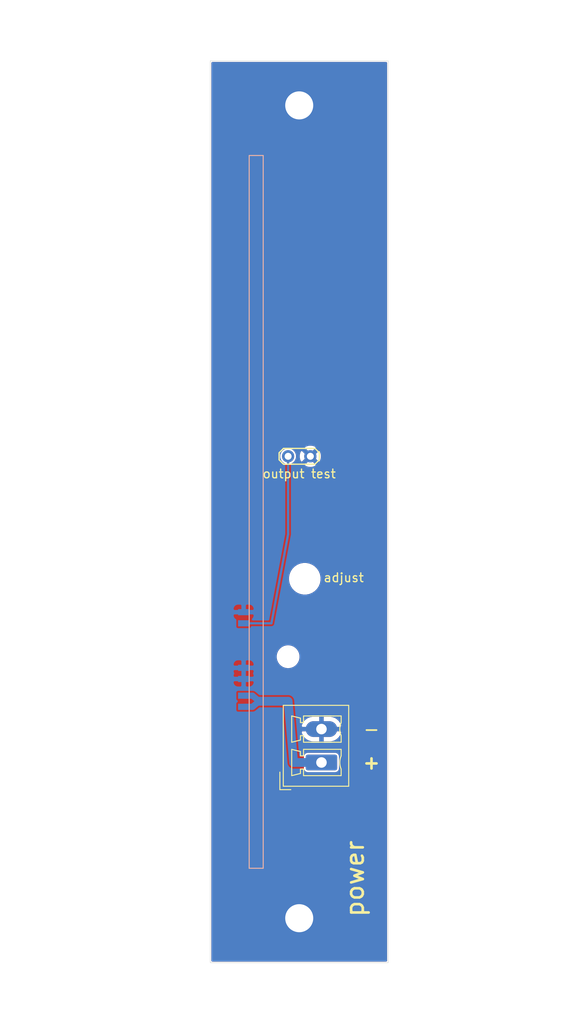
<source format=kicad_pcb>
(kicad_pcb (version 20171130) (host pcbnew 5.1.5+dfsg1-2build2)

  (general
    (thickness 1.6)
    (drawings 70)
    (tracks 11)
    (zones 0)
    (modules 7)
    (nets 4)
  )

  (page A4)
  (layers
    (0 F.Cu signal)
    (31 B.Cu signal)
    (32 B.Adhes user)
    (33 F.Adhes user)
    (34 B.Paste user)
    (35 F.Paste user)
    (36 B.SilkS user)
    (37 F.SilkS user)
    (38 B.Mask user)
    (39 F.Mask user)
    (40 Dwgs.User user)
    (41 Cmts.User user)
    (42 Eco1.User user)
    (43 Eco2.User user)
    (44 Edge.Cuts user)
    (45 Margin user)
    (46 B.CrtYd user)
    (47 F.CrtYd user)
    (48 B.Fab user)
    (49 F.Fab user)
  )

  (setup
    (last_trace_width 0.25)
    (user_trace_width 0.3)
    (user_trace_width 0.5)
    (user_trace_width 0.7)
    (user_trace_width 1)
    (user_trace_width 1.6)
    (trace_clearance 0.2)
    (zone_clearance 0.1)
    (zone_45_only no)
    (trace_min 0.2)
    (via_size 0.8)
    (via_drill 0.4)
    (via_min_size 0.4)
    (via_min_drill 0.3)
    (user_via 0.6 0.3)
    (uvia_size 0.3)
    (uvia_drill 0.1)
    (uvias_allowed no)
    (uvia_min_size 0.2)
    (uvia_min_drill 0.1)
    (edge_width 0.05)
    (segment_width 0.2)
    (pcb_text_width 0.3)
    (pcb_text_size 1.5 1.5)
    (mod_edge_width 0.12)
    (mod_text_size 1 1)
    (mod_text_width 0.15)
    (pad_size 1 1)
    (pad_drill 1)
    (pad_to_mask_clearance 0.051)
    (solder_mask_min_width 0.25)
    (aux_axis_origin 0 0)
    (grid_origin 78.74 43.2)
    (visible_elements FFFFFF7F)
    (pcbplotparams
      (layerselection 0x010fc_ffffffff)
      (usegerberextensions true)
      (usegerberattributes false)
      (usegerberadvancedattributes false)
      (creategerberjobfile false)
      (excludeedgelayer true)
      (linewidth 0.100000)
      (plotframeref false)
      (viasonmask false)
      (mode 1)
      (useauxorigin false)
      (hpglpennumber 1)
      (hpglpenspeed 20)
      (hpglpendiameter 15.000000)
      (psnegative false)
      (psa4output false)
      (plotreference true)
      (plotvalue true)
      (plotinvisibletext false)
      (padsonsilk false)
      (subtractmaskfromsilk true)
      (outputformat 1)
      (mirror false)
      (drillshape 0)
      (scaleselection 1)
      (outputdirectory "gerber/"))
  )

  (net 0 "")
  (net 1 GND)
  (net 2 VIN)
  (net 3 VOUT)

  (net_class Default "This is the default net class."
    (clearance 0.2)
    (trace_width 0.25)
    (via_dia 0.8)
    (via_drill 0.4)
    (uvia_dia 0.3)
    (uvia_drill 0.1)
    (add_net GND)
    (add_net VIN)
    (add_net VOUT)
  )

  (module plc88:fm_power_i (layer F.Cu) (tedit 63A7F5AF) (tstamp 63A84AF4)
    (at 80.645 55.265)
    (path /63A7FA69)
    (fp_text reference J1 (at 1.27 -5.715) (layer F.SilkS) hide
      (effects (font (size 1 1) (thickness 0.15)))
    )
    (fp_text value fm_power_i (at 0.635 -7.62) (layer F.Fab) hide
      (effects (font (size 1 1) (thickness 0.15)))
    )
    (fp_line (start -0.305 -12.085) (end -0.305 69.215) (layer B.SilkS) (width 0.12))
    (fp_line (start -1.905 -12.085) (end -0.305 -12.085) (layer B.SilkS) (width 0.12))
    (fp_line (start -1.905 69.215) (end -0.305 69.215) (layer B.SilkS) (width 0.12))
    (fp_line (start -1.905 -12.065) (end -1.905 69.215) (layer B.SilkS) (width 0.12))
    (pad 4 smd rect (at -2.54 40.005) (size 1.27 0.7) (layers B.Cu B.Paste B.Mask)
      (net 1 GND))
    (pad 2 smd rect (at -2.54 46.355) (size 1.27 0.7) (layers B.Cu B.Paste B.Mask)
      (net 1 GND))
    (pad 2 smd rect (at -2.54 47.625) (size 1.27 0.7) (layers B.Cu B.Paste B.Mask)
      (net 1 GND))
    (pad 5 smd rect (at 0.295 28.575) (size 1.27 7.62) (layers B.Cu B.Paste B.Mask)
      (net 1 GND) (zone_connect 2))
    (pad 5 smd rect (at 0.381 57.785) (size 1.27 7.62) (layers B.Cu B.Paste B.Mask)
      (net 1 GND) (zone_connect 2))
    (pad 5 smd rect (at 0.381 -0.635) (size 1.27 7.62) (layers B.Cu B.Paste B.Mask)
      (net 1 GND) (zone_connect 2))
    (pad 5 smd rect (at -2.54 57.785) (size 1.27 7.62) (layers B.Cu B.Paste B.Mask)
      (net 1 GND) (zone_connect 2))
    (pad 5 smd rect (at -2.54 28.575) (size 1.27 7.62) (layers B.Cu B.Paste B.Mask)
      (net 1 GND) (zone_connect 2))
    (pad 5 smd rect (at -2.54 -0.635) (size 1.27 7.62) (layers B.Cu B.Paste B.Mask)
      (net 1 GND) (zone_connect 2))
    (pad 1 smd rect (at -2.54 50.8) (size 1.27 0.7) (layers B.Cu B.Paste B.Mask)
      (net 2 VIN))
    (pad 3 smd rect (at -2.54 41.275) (size 1.27 0.7) (layers B.Cu B.Paste B.Mask)
      (net 3 VOUT))
    (pad 1 smd rect (at -2.54 49.53) (size 1.27 0.7) (layers B.Cu B.Paste B.Mask)
      (net 2 VIN))
  )

  (module TestPoint:TestPoint_2Pads_Pitch2.54mm_Drill0.8mm (layer F.Cu) (tedit 5A0F774F) (tstamp 6397FF17)
    (at 83.185 77.49)
    (descr "Test point with 2 pins, pitch 2.54mm, drill diameter 0.8mm")
    (tags "CONN DEV")
    (path /6398150D)
    (attr virtual)
    (fp_text reference TP1 (at 1.3 -2) (layer F.SilkS) hide
      (effects (font (size 1 1) (thickness 0.15)))
    )
    (fp_text value "output test" (at 1.27 2) (layer F.SilkS)
      (effects (font (size 1 1) (thickness 0.15)))
    )
    (fp_line (start -1.03 -0.4) (end -0.53 -0.9) (layer F.SilkS) (width 0.15))
    (fp_line (start -1.03 0.4) (end -1.03 -0.4) (layer F.SilkS) (width 0.15))
    (fp_line (start -0.53 0.9) (end -1.03 0.4) (layer F.SilkS) (width 0.15))
    (fp_line (start 3.07 0.9) (end -0.53 0.9) (layer F.SilkS) (width 0.15))
    (fp_line (start 3.57 0.4) (end 3.07 0.9) (layer F.SilkS) (width 0.15))
    (fp_line (start 3.57 -0.4) (end 3.57 0.4) (layer F.SilkS) (width 0.15))
    (fp_line (start 3.07 -0.9) (end 3.57 -0.4) (layer F.SilkS) (width 0.15))
    (fp_line (start -0.53 -0.9) (end 3.07 -0.9) (layer F.SilkS) (width 0.15))
    (fp_line (start -1.3 0.5) (end -0.65 1.15) (layer F.CrtYd) (width 0.05))
    (fp_line (start -1.3 -0.5) (end -1.3 0.5) (layer F.CrtYd) (width 0.05))
    (fp_line (start -0.65 -1.15) (end -1.3 -0.5) (layer F.CrtYd) (width 0.05))
    (fp_line (start 3.15 -1.15) (end -0.65 -1.15) (layer F.CrtYd) (width 0.05))
    (fp_line (start 3.8 -0.5) (end 3.15 -1.15) (layer F.CrtYd) (width 0.05))
    (fp_line (start 3.8 0.5) (end 3.8 -0.5) (layer F.CrtYd) (width 0.05))
    (fp_line (start 3.15 1.15) (end 3.8 0.5) (layer F.CrtYd) (width 0.05))
    (fp_line (start -0.65 1.15) (end 3.15 1.15) (layer F.CrtYd) (width 0.05))
    (fp_text user %R (at 1.3 -2) (layer F.Fab) hide
      (effects (font (size 1 1) (thickness 0.15)))
    )
    (pad 2 thru_hole circle (at 2.54 0) (size 1.4 1.4) (drill 0.8) (layers *.Cu *.Mask)
      (net 1 GND))
    (pad 1 thru_hole circle (at 0 0) (size 1.4 1.4) (drill 0.8) (layers *.Cu *.Mask)
      (net 3 VOUT))
  )

  (module Connector_Phoenix_MC:PhoenixContact_MCV_1,5_2-G-3.81_1x02_P3.81mm_Vertical (layer F.Cu) (tedit 5B784ED1) (tstamp 63558088)
    (at 86.995 112.415 90)
    (descr "Generic Phoenix Contact connector footprint for: MCV_1,5/2-G-3.81; number of pins: 02; pin pitch: 3.81mm; Vertical || order number: 1803426 8A 160V")
    (tags "phoenix_contact connector MCV_01x02_G_3.81mm")
    (path /635614D4)
    (fp_text reference J10 (at 1.9 -5.45 90) (layer F.SilkS) hide
      (effects (font (size 1 1) (thickness 0.15)))
    )
    (fp_text value input (at 1.9 4.2 90) (layer F.Fab) hide
      (effects (font (size 1 1) (thickness 0.15)))
    )
    (fp_text user %R (at 1.9 -3.55 90) (layer F.Fab) hide
      (effects (font (size 1 1) (thickness 0.15)))
    )
    (fp_line (start -3.1 -4.75) (end -1.1 -4.75) (layer F.Fab) (width 0.1))
    (fp_line (start -3.1 -3.5) (end -3.1 -4.75) (layer F.Fab) (width 0.1))
    (fp_line (start -3.1 -4.75) (end -1.1 -4.75) (layer F.SilkS) (width 0.12))
    (fp_line (start -3.1 -3.5) (end -3.1 -4.75) (layer F.SilkS) (width 0.12))
    (fp_line (start 6.91 -4.75) (end -3.1 -4.75) (layer F.CrtYd) (width 0.05))
    (fp_line (start 6.91 3.5) (end 6.91 -4.75) (layer F.CrtYd) (width 0.05))
    (fp_line (start -3.1 3.5) (end 6.91 3.5) (layer F.CrtYd) (width 0.05))
    (fp_line (start -3.1 -4.75) (end -3.1 3.5) (layer F.CrtYd) (width 0.05))
    (fp_line (start 5.31 2.25) (end 4.56 2.25) (layer F.SilkS) (width 0.12))
    (fp_line (start 5.31 -2.05) (end 5.31 2.25) (layer F.SilkS) (width 0.12))
    (fp_line (start 4.56 -2.05) (end 5.31 -2.05) (layer F.SilkS) (width 0.12))
    (fp_line (start 4.56 -2.4) (end 4.56 -2.05) (layer F.SilkS) (width 0.12))
    (fp_line (start 5.06 -2.4) (end 4.56 -2.4) (layer F.SilkS) (width 0.12))
    (fp_line (start 5.31 -3.4) (end 5.06 -2.4) (layer F.SilkS) (width 0.12))
    (fp_line (start 2.31 -3.4) (end 5.31 -3.4) (layer F.SilkS) (width 0.12))
    (fp_line (start 2.56 -2.4) (end 2.31 -3.4) (layer F.SilkS) (width 0.12))
    (fp_line (start 3.06 -2.4) (end 2.56 -2.4) (layer F.SilkS) (width 0.12))
    (fp_line (start 3.06 -2.05) (end 3.06 -2.4) (layer F.SilkS) (width 0.12))
    (fp_line (start 2.31 -2.05) (end 3.06 -2.05) (layer F.SilkS) (width 0.12))
    (fp_line (start 2.31 2.25) (end 2.31 -2.05) (layer F.SilkS) (width 0.12))
    (fp_line (start 3.06 2.25) (end 2.31 2.25) (layer F.SilkS) (width 0.12))
    (fp_line (start 1.5 2.25) (end 0.75 2.25) (layer F.SilkS) (width 0.12))
    (fp_line (start 1.5 -2.05) (end 1.5 2.25) (layer F.SilkS) (width 0.12))
    (fp_line (start 0.75 -2.05) (end 1.5 -2.05) (layer F.SilkS) (width 0.12))
    (fp_line (start 0.75 -2.4) (end 0.75 -2.05) (layer F.SilkS) (width 0.12))
    (fp_line (start 1.25 -2.4) (end 0.75 -2.4) (layer F.SilkS) (width 0.12))
    (fp_line (start 1.5 -3.4) (end 1.25 -2.4) (layer F.SilkS) (width 0.12))
    (fp_line (start -1.5 -3.4) (end 1.5 -3.4) (layer F.SilkS) (width 0.12))
    (fp_line (start -1.25 -2.4) (end -1.5 -3.4) (layer F.SilkS) (width 0.12))
    (fp_line (start -0.75 -2.4) (end -1.25 -2.4) (layer F.SilkS) (width 0.12))
    (fp_line (start -0.75 -2.05) (end -0.75 -2.4) (layer F.SilkS) (width 0.12))
    (fp_line (start -1.5 -2.05) (end -0.75 -2.05) (layer F.SilkS) (width 0.12))
    (fp_line (start -1.5 2.25) (end -1.5 -2.05) (layer F.SilkS) (width 0.12))
    (fp_line (start -0.75 2.25) (end -1.5 2.25) (layer F.SilkS) (width 0.12))
    (fp_line (start 6.41 -4.25) (end -2.6 -4.25) (layer F.Fab) (width 0.1))
    (fp_line (start 6.41 3) (end 6.41 -4.25) (layer F.Fab) (width 0.1))
    (fp_line (start -2.6 3) (end 6.41 3) (layer F.Fab) (width 0.1))
    (fp_line (start -2.6 -4.25) (end -2.6 3) (layer F.Fab) (width 0.1))
    (fp_line (start 6.52 -4.36) (end -2.71 -4.36) (layer F.SilkS) (width 0.12))
    (fp_line (start 6.52 3.11) (end 6.52 -4.36) (layer F.SilkS) (width 0.12))
    (fp_line (start -2.71 3.11) (end 6.52 3.11) (layer F.SilkS) (width 0.12))
    (fp_line (start -2.71 -4.36) (end -2.71 3.11) (layer F.SilkS) (width 0.12))
    (fp_arc (start 3.81 3.95) (end 3.06 2.25) (angle 47.6) (layer F.SilkS) (width 0.12))
    (fp_arc (start 0 3.95) (end -0.75 2.25) (angle 47.6) (layer F.SilkS) (width 0.12))
    (pad 2 thru_hole oval (at 3.81 0 90) (size 1.8 3.6) (drill 1.2) (layers *.Cu *.Mask)
      (net 1 GND))
    (pad 1 thru_hole roundrect (at 0 0 90) (size 1.8 3.6) (drill 1.2) (layers *.Cu *.Mask) (roundrect_rratio 0.138889)
      (net 2 VIN))
    (model ${KISYS3DMOD}/Connector_Phoenix_MC.3dshapes/PhoenixContact_MCV_1,5_2-G-3.81_1x02_P3.81mm_Vertical.wrl
      (at (xyz 0 0 0))
      (scale (xyz 1 1 1))
      (rotate (xyz 0 0 0))
    )
  )

  (module MountingHole:MountingHole_2.2mm_M2_DIN965 (layer F.Cu) (tedit 56D1B4CB) (tstamp 63551460)
    (at 83.185 100.35)
    (descr "Mounting Hole 2.2mm, no annular, M2, DIN965")
    (tags "mounting hole 2.2mm no annular m2 din965")
    (path /6355985C)
    (attr virtual)
    (fp_text reference H4 (at 0 -2.9) (layer F.SilkS) hide
      (effects (font (size 1 1) (thickness 0.15)))
    )
    (fp_text value "power led" (at 0 2.9) (layer F.Fab) hide
      (effects (font (size 1 1) (thickness 0.15)))
    )
    (fp_circle (center 0 0) (end 2.15 0) (layer F.CrtYd) (width 0.05))
    (fp_circle (center 0 0) (end 1.9 0) (layer Cmts.User) (width 0.15))
    (fp_text user %R (at 0.3 0) (layer F.Fab) hide
      (effects (font (size 1 1) (thickness 0.15)))
    )
    (pad 1 np_thru_hole circle (at 0 0) (size 2.2 2.2) (drill 2.2) (layers *.Cu *.Mask))
  )

  (module MountingHole:MountingHole_3.2mm_M3_DIN965 (layer F.Cu) (tedit 56D1B4CB) (tstamp 63551458)
    (at 85.09 91.46)
    (descr "Mounting Hole 3.2mm, no annular, M3, DIN965")
    (tags "mounting hole 3.2mm no annular m3 din965")
    (path /6355A03A)
    (attr virtual)
    (fp_text reference H3 (at 0 -3.8) (layer F.SilkS) hide
      (effects (font (size 1 1) (thickness 0.15)))
    )
    (fp_text value adjust (at 4.445 -0.127) (layer F.SilkS)
      (effects (font (size 1 1) (thickness 0.15)))
    )
    (fp_circle (center 0 0) (end 3.05 0) (layer F.CrtYd) (width 0.05))
    (fp_circle (center 0 0) (end 2.8 0) (layer Cmts.User) (width 0.15))
    (fp_text user %R (at 0.3 0) (layer F.Fab) hide
      (effects (font (size 1 1) (thickness 0.15)))
    )
    (pad 1 np_thru_hole circle (at 0 0) (size 3.2 3.2) (drill 3.2) (layers *.Cu *.Mask))
  )

  (module MountingHole:MountingHole_3.2mm_M3_Pad (layer F.Cu) (tedit 61F97160) (tstamp 61F9706A)
    (at 84.455 37.465)
    (descr "Mounting Hole 3.2mm, M3")
    (tags "mounting hole 3.2mm m3")
    (path /61F96FAB)
    (attr virtual)
    (fp_text reference H1 (at 0 -4.2) (layer F.SilkS) hide
      (effects (font (size 1 1) (thickness 0.15)))
    )
    (fp_text value MountingHole_Pad (at 0 4.2) (layer F.Fab) hide
      (effects (font (size 1 1) (thickness 0.15)))
    )
    (fp_text user %R (at 0.3 0) (layer F.Fab) hide
      (effects (font (size 1 1) (thickness 0.15)))
    )
    (fp_circle (center 0 0) (end 3.2 0) (layer Cmts.User) (width 0.15))
    (fp_circle (center 0 0) (end 3.45 0) (layer F.CrtYd) (width 0.05))
    (pad 1 thru_hole circle (at 0 0) (size 6.4 6.4) (drill 3.2) (layers *.Cu *.Mask)
      (net 1 GND) (zone_connect 2))
  )

  (module MountingHole:MountingHole_3.2mm_M3_Pad (layer F.Cu) (tedit 61F97169) (tstamp 61F96D2B)
    (at 84.455 130.175)
    (descr "Mounting Hole 3.2mm, M3")
    (tags "mounting hole 3.2mm m3")
    (path /61F97419)
    (attr virtual)
    (fp_text reference H2 (at 0 -4.2) (layer F.SilkS) hide
      (effects (font (size 1 1) (thickness 0.15)))
    )
    (fp_text value MountingHole_Pad (at 0 4.2) (layer F.Fab) hide
      (effects (font (size 1 1) (thickness 0.15)))
    )
    (fp_circle (center 0 0) (end 3.45 0) (layer F.CrtYd) (width 0.05))
    (fp_circle (center 0 0) (end 3.2 0) (layer Cmts.User) (width 0.15))
    (fp_text user %R (at 0.3 0) (layer F.Fab) hide
      (effects (font (size 1 1) (thickness 0.15)))
    )
    (pad 1 thru_hole circle (at 0 0) (size 6.4 6.4) (drill 3.2) (layers *.Cu *.Mask)
      (net 1 GND) (zone_connect 2))
  )

  (gr_line (start 77.47 106.446) (end 77.47 105.684) (layer F.Fab) (width 0.15) (tstamp 63A7EC1D))
  (gr_line (start 78.74 106.446) (end 77.47 106.446) (layer F.Fab) (width 0.15))
  (gr_line (start 78.74 105.684) (end 78.74 106.446) (layer F.Fab) (width 0.15))
  (gr_line (start 77.47 105.684) (end 78.74 105.684) (layer F.Fab) (width 0.15))
  (gr_line (start 77.47 105.176) (end 77.47 104.414) (layer F.Fab) (width 0.15) (tstamp 63A7EC16))
  (gr_line (start 78.74 105.176) (end 77.47 105.176) (layer F.Fab) (width 0.15))
  (gr_line (start 78.74 104.414) (end 78.74 105.176) (layer F.Fab) (width 0.15))
  (gr_line (start 77.47 104.414) (end 78.74 104.414) (layer F.Fab) (width 0.15))
  (gr_line (start 78.74 96.159) (end 77.47 96.159) (layer F.Fab) (width 0.15) (tstamp 63A7EC0E))
  (gr_line (start 78.74 96.921) (end 78.74 96.159) (layer F.Fab) (width 0.15))
  (gr_line (start 77.47 96.921) (end 78.74 96.921) (layer F.Fab) (width 0.15))
  (gr_line (start 77.47 96.159) (end 77.47 96.921) (layer F.Fab) (width 0.15))
  (gr_line (start 80.391 116.86) (end 80.391 109.24) (layer F.Fab) (width 0.15) (tstamp 63A7EC01))
  (gr_line (start 81.661 116.86) (end 80.391 116.86) (layer F.Fab) (width 0.15))
  (gr_line (start 81.661 109.24) (end 81.661 116.86) (layer F.Fab) (width 0.15))
  (gr_line (start 80.391 109.24) (end 81.661 109.24) (layer F.Fab) (width 0.15))
  (gr_line (start 77.47 116.86) (end 77.47 109.24) (layer F.Fab) (width 0.15) (tstamp 63A7EBFA))
  (gr_line (start 78.74 116.86) (end 77.47 116.86) (layer F.Fab) (width 0.15))
  (gr_line (start 78.74 109.24) (end 78.74 116.86) (layer F.Fab) (width 0.15))
  (gr_line (start 77.47 109.24) (end 78.74 109.24) (layer F.Fab) (width 0.15))
  (gr_line (start 77.47 58.44) (end 77.47 50.82) (layer F.Fab) (width 0.15) (tstamp 63A7EBED))
  (gr_line (start 77.343 58.44) (end 77.47 58.44) (layer F.Fab) (width 0.15))
  (gr_line (start 78.74 58.44) (end 77.343 58.44) (layer F.Fab) (width 0.15))
  (gr_line (start 78.74 50.82) (end 78.74 58.44) (layer F.Fab) (width 0.15))
  (gr_line (start 77.47 50.82) (end 78.74 50.82) (layer F.Fab) (width 0.15))
  (gr_line (start 80.391 58.44) (end 80.391 50.82) (layer F.Fab) (width 0.15) (tstamp 63A7EBEC))
  (gr_line (start 81.661 58.44) (end 80.391 58.44) (layer F.Fab) (width 0.15))
  (gr_line (start 81.661 50.82) (end 81.661 58.44) (layer F.Fab) (width 0.15))
  (gr_line (start 80.391 50.82) (end 81.661 50.82) (layer F.Fab) (width 0.15))
  (gr_line (start 80.391 87.65) (end 80.391 80.03) (layer F.Fab) (width 0.15) (tstamp 63A7EBEB))
  (gr_line (start 81.661 87.65) (end 80.391 87.65) (layer F.Fab) (width 0.15))
  (gr_line (start 81.661 80.03) (end 81.661 87.65) (layer F.Fab) (width 0.15))
  (gr_line (start 80.391 80.03) (end 81.661 80.03) (layer F.Fab) (width 0.15))
  (gr_line (start 77.47 87.65) (end 77.47 80.03) (layer F.Fab) (width 0.15) (tstamp 63A7EBEA))
  (gr_line (start 78.74 87.65) (end 77.47 87.65) (layer F.Fab) (width 0.15))
  (gr_line (start 78.74 80.03) (end 78.74 87.65) (layer F.Fab) (width 0.15))
  (gr_line (start 77.47 80.03) (end 78.74 80.03) (layer F.Fab) (width 0.15))
  (dimension 3.81 (width 0.15) (layer F.Fab)
    (gr_text "3,810 mm" (at 92.71 138.988) (layer F.Fab)
      (effects (font (size 1 1) (thickness 0.15)))
    )
    (feature1 (pts (xy 90.805 135.91) (xy 90.805 138.274421)))
    (feature2 (pts (xy 94.615 135.91) (xy 94.615 138.274421)))
    (crossbar (pts (xy 94.615 137.688) (xy 90.805 137.688)))
    (arrow1a (pts (xy 90.805 137.688) (xy 91.931504 137.101579)))
    (arrow1b (pts (xy 90.805 137.688) (xy 91.931504 138.274421)))
    (arrow2a (pts (xy 94.615 137.688) (xy 93.488496 137.101579)))
    (arrow2b (pts (xy 94.615 137.688) (xy 93.488496 138.274421)))
  )
  (gr_text power (at 90.805 130.195 90) (layer F.SilkS)
    (effects (font (size 2 2) (thickness 0.3)) (justify left))
  )
  (gr_text - (at 92.71 108.605) (layer F.SilkS)
    (effects (font (size 1.5 1.5) (thickness 0.2)))
  )
  (dimension 4.699 (width 0.15) (layer F.Fab)
    (gr_text "4,699 mm" (at 82.7405 92.319) (layer F.Fab)
      (effects (font (size 1 1) (thickness 0.15)))
    )
    (feature1 (pts (xy 85.09 94.635) (xy 85.09 93.032579)))
    (feature2 (pts (xy 80.391 94.635) (xy 80.391 93.032579)))
    (crossbar (pts (xy 80.391 93.619) (xy 85.09 93.619)))
    (arrow1a (pts (xy 85.09 93.619) (xy 83.963496 94.205421)))
    (arrow1b (pts (xy 85.09 93.619) (xy 83.963496 93.032579)))
    (arrow2a (pts (xy 80.391 93.619) (xy 81.517504 94.205421)))
    (arrow2b (pts (xy 80.391 93.619) (xy 81.517504 93.032579)))
  )
  (gr_text + (at 92.71 112.415) (layer F.SilkS)
    (effects (font (size 1.5 1.5) (thickness 0.3)) (justify mirror))
  )
  (dimension 24.13 (width 0.15) (layer F.Fab)
    (gr_text "24,130 mm" (at 53.945 112.415 90) (layer F.Fab)
      (effects (font (size 1 1) (thickness 0.15)))
    )
    (feature1 (pts (xy 76.2 100.35) (xy 54.658579 100.35)))
    (feature2 (pts (xy 76.2 124.48) (xy 54.658579 124.48)))
    (crossbar (pts (xy 55.245 124.48) (xy 55.245 100.35)))
    (arrow1a (pts (xy 55.245 100.35) (xy 55.831421 101.476504)))
    (arrow1b (pts (xy 55.245 100.35) (xy 54.658579 101.476504)))
    (arrow2a (pts (xy 55.245 124.48) (xy 55.831421 123.353496)))
    (arrow2b (pts (xy 55.245 124.48) (xy 54.658579 123.353496)))
  )
  (dimension 33.02 (width 0.15) (layer F.Fab)
    (gr_text "33,020 mm" (at 57.755 107.97 90) (layer F.Fab)
      (effects (font (size 1 1) (thickness 0.15)))
    )
    (feature1 (pts (xy 75.565 91.46) (xy 58.468579 91.46)))
    (feature2 (pts (xy 75.565 124.48) (xy 58.468579 124.48)))
    (crossbar (pts (xy 59.055 124.48) (xy 59.055 91.46)))
    (arrow1a (pts (xy 59.055 91.46) (xy 59.641421 92.586504)))
    (arrow1b (pts (xy 59.055 91.46) (xy 58.468579 92.586504)))
    (arrow2a (pts (xy 59.055 124.48) (xy 59.641421 123.353496)))
    (arrow2b (pts (xy 59.055 124.48) (xy 58.468579 123.353496)))
  )
  (dimension 27.94 (width 0.15) (layer F.Fab)
    (gr_text "27,940 mm" (at 60.93 110.51 90) (layer F.Fab)
      (effects (font (size 1 1) (thickness 0.15)))
    )
    (feature1 (pts (xy 74.93 96.54) (xy 61.643579 96.54)))
    (feature2 (pts (xy 74.93 124.48) (xy 61.643579 124.48)))
    (crossbar (pts (xy 62.23 124.48) (xy 62.23 96.54)))
    (arrow1a (pts (xy 62.23 96.54) (xy 62.816421 97.666504)))
    (arrow1b (pts (xy 62.23 96.54) (xy 61.643579 97.666504)))
    (arrow2a (pts (xy 62.23 124.48) (xy 62.816421 123.353496)))
    (arrow2b (pts (xy 62.23 124.48) (xy 61.643579 123.353496)))
  )
  (dimension 18.415 (width 0.15) (layer F.Fab)
    (gr_text "18,415 mm" (at 69.185 115.2725 90) (layer F.Fab)
      (effects (font (size 1 1) (thickness 0.15)))
    )
    (feature1 (pts (xy 74.93 106.065) (xy 69.898579 106.065)))
    (feature2 (pts (xy 74.93 124.48) (xy 69.898579 124.48)))
    (crossbar (pts (xy 70.485 124.48) (xy 70.485 106.065)))
    (arrow1a (pts (xy 70.485 106.065) (xy 71.071421 107.191504)))
    (arrow1b (pts (xy 70.485 106.065) (xy 69.898579 107.191504)))
    (arrow2a (pts (xy 70.485 124.48) (xy 71.071421 123.353496)))
    (arrow2b (pts (xy 70.485 124.48) (xy 69.898579 123.353496)))
  )
  (dimension 4.445 (width 0.15) (layer F.Fab)
    (gr_text "4,445 mm" (at 76.5175 47.04) (layer F.Fab)
      (effects (font (size 1 1) (thickness 0.15)))
    )
    (feature1 (pts (xy 78.74 45.105) (xy 78.74 46.326421)))
    (feature2 (pts (xy 74.295 45.105) (xy 74.295 46.326421)))
    (crossbar (pts (xy 74.295 45.74) (xy 78.74 45.74)))
    (arrow1a (pts (xy 78.74 45.74) (xy 77.613496 46.326421)))
    (arrow1b (pts (xy 78.74 45.74) (xy 77.613496 45.153579)))
    (arrow2a (pts (xy 74.295 45.74) (xy 75.421504 46.326421)))
    (arrow2b (pts (xy 74.295 45.74) (xy 75.421504 45.153579)))
  )
  (gr_line (start 73.025 83.84) (end 98.425 83.84) (layer F.Fab) (width 0.15))
  (gr_line (start 84.455 28.595) (end 84.455 140.99) (layer F.Fab) (width 0.15))
  (dimension 20.955 (width 0.15) (layer F.Fab)
    (gr_text "20,955 mm" (at 66.645 53.6775 270) (layer F.Fab)
      (effects (font (size 1 1) (thickness 0.15)))
    )
    (feature1 (pts (xy 76.2 64.155) (xy 67.358579 64.155)))
    (feature2 (pts (xy 76.2 43.2) (xy 67.358579 43.2)))
    (crossbar (pts (xy 67.945 43.2) (xy 67.945 64.155)))
    (arrow1a (pts (xy 67.945 64.155) (xy 67.358579 63.028496)))
    (arrow1b (pts (xy 67.945 64.155) (xy 68.531421 63.028496)))
    (arrow2a (pts (xy 67.945 43.2) (xy 67.358579 44.326504)))
    (arrow2b (pts (xy 67.945 43.2) (xy 68.531421 44.326504)))
  )
  (dimension 5.08 (width 0.15) (layer F.Fab)
    (gr_text "5,080 mm" (at 91.47 132.715 270) (layer F.Fab)
      (effects (font (size 1 1) (thickness 0.15)))
    )
    (feature1 (pts (xy 88.9 135.255) (xy 90.756421 135.255)))
    (feature2 (pts (xy 88.9 130.175) (xy 90.756421 130.175)))
    (crossbar (pts (xy 90.17 130.175) (xy 90.17 135.255)))
    (arrow1a (pts (xy 90.17 135.255) (xy 89.583579 134.128496)))
    (arrow1b (pts (xy 90.17 135.255) (xy 90.756421 134.128496)))
    (arrow2a (pts (xy 90.17 130.175) (xy 89.583579 131.301504)))
    (arrow2b (pts (xy 90.17 130.175) (xy 90.756421 131.301504)))
  )
  (dimension 5.08 (width 0.15) (layer F.Fab)
    (gr_text "5,080 mm" (at 91.47 34.925 90) (layer F.Fab)
      (effects (font (size 1 1) (thickness 0.15)))
    )
    (feature1 (pts (xy 88.9 32.385) (xy 90.756421 32.385)))
    (feature2 (pts (xy 88.9 37.465) (xy 90.756421 37.465)))
    (crossbar (pts (xy 90.17 37.465) (xy 90.17 32.385)))
    (arrow1a (pts (xy 90.17 32.385) (xy 90.756421 33.511504)))
    (arrow1b (pts (xy 90.17 32.385) (xy 89.583579 33.511504)))
    (arrow2a (pts (xy 90.17 37.465) (xy 90.756421 36.338496)))
    (arrow2b (pts (xy 90.17 37.465) (xy 89.583579 36.338496)))
  )
  (dimension 5.715 (width 0.15) (layer F.Fab) (tstamp 63528E00)
    (gr_text "5,715 mm" (at 79.405 127.3175 90) (layer F.Fab) (tstamp 63528E00)
      (effects (font (size 1 1) (thickness 0.15)))
    )
    (feature1 (pts (xy 78.105 124.46) (xy 78.691421 124.46)))
    (feature2 (pts (xy 78.105 130.175) (xy 78.691421 130.175)))
    (crossbar (pts (xy 78.105 130.175) (xy 78.105 124.46)))
    (arrow1a (pts (xy 78.105 124.46) (xy 78.691421 125.586504)))
    (arrow1b (pts (xy 78.105 124.46) (xy 77.518579 125.586504)))
    (arrow2a (pts (xy 78.105 130.175) (xy 78.691421 129.048496)))
    (arrow2b (pts (xy 78.105 130.175) (xy 77.518579 129.048496)))
  )
  (dimension 5.715 (width 0.15) (layer F.Fab)
    (gr_text "5,715 mm" (at 79.405 40.3225 90) (layer F.Fab)
      (effects (font (size 1 1) (thickness 0.15)))
    )
    (feature1 (pts (xy 78.105 37.465) (xy 78.691421 37.465)))
    (feature2 (pts (xy 78.105 43.18) (xy 78.691421 43.18)))
    (crossbar (pts (xy 78.105 43.18) (xy 78.105 37.465)))
    (arrow1a (pts (xy 78.105 37.465) (xy 78.691421 38.591504)))
    (arrow1b (pts (xy 78.105 37.465) (xy 77.518579 38.591504)))
    (arrow2a (pts (xy 78.105 43.18) (xy 78.691421 42.053496)))
    (arrow2b (pts (xy 78.105 43.18) (xy 77.518579 42.053496)))
  )
  (dimension 10.16 (width 0.15) (layer F.Fab)
    (gr_text "10,160 mm" (at 79.375 138.46) (layer F.Fab)
      (effects (font (size 1 1) (thickness 0.15)))
    )
    (feature1 (pts (xy 84.455 135.89) (xy 84.455 137.746421)))
    (feature2 (pts (xy 74.295 135.89) (xy 74.295 137.746421)))
    (crossbar (pts (xy 74.295 137.16) (xy 84.455 137.16)))
    (arrow1a (pts (xy 84.455 137.16) (xy 83.328496 137.746421)))
    (arrow1b (pts (xy 84.455 137.16) (xy 83.328496 136.573579)))
    (arrow2a (pts (xy 74.295 137.16) (xy 75.421504 137.746421)))
    (arrow2b (pts (xy 74.295 137.16) (xy 75.421504 136.573579)))
  )
  (dimension 10.16 (width 0.15) (layer F.Fab)
    (gr_text "10,160 mm" (at 79.375 29.18) (layer F.Fab)
      (effects (font (size 1 1) (thickness 0.15)))
    )
    (feature1 (pts (xy 74.295 32.385) (xy 74.295 29.893579)))
    (feature2 (pts (xy 84.455 32.385) (xy 84.455 29.893579)))
    (crossbar (pts (xy 84.455 30.48) (xy 74.295 30.48)))
    (arrow1a (pts (xy 74.295 30.48) (xy 75.421504 29.893579)))
    (arrow1b (pts (xy 74.295 30.48) (xy 75.421504 31.066421)))
    (arrow2a (pts (xy 84.455 30.48) (xy 83.328496 29.893579)))
    (arrow2b (pts (xy 84.455 30.48) (xy 83.328496 31.066421)))
  )
  (dimension 37.465 (width 0.15) (layer F.Fab)
    (gr_text "37,465 mm" (at 56.485 61.9125 270) (layer F.Fab)
      (effects (font (size 1 1) (thickness 0.15)))
    )
    (feature1 (pts (xy 75.565 80.645) (xy 57.198579 80.645)))
    (feature2 (pts (xy 75.565 43.18) (xy 57.198579 43.18)))
    (crossbar (pts (xy 57.785 43.18) (xy 57.785 80.645)))
    (arrow1a (pts (xy 57.785 80.645) (xy 57.198579 79.518496)))
    (arrow1b (pts (xy 57.785 80.645) (xy 58.371421 79.518496)))
    (arrow2a (pts (xy 57.785 43.18) (xy 57.198579 44.306504)))
    (arrow2b (pts (xy 57.785 43.18) (xy 58.371421 44.306504)))
  )
  (dimension 40.64 (width 0.15) (layer F.Fab)
    (gr_text "40,640 mm" (at 66.01 104.14 90) (layer F.Fab)
      (effects (font (size 1 1) (thickness 0.15)))
    )
    (feature1 (pts (xy 74.93 83.82) (xy 66.723579 83.82)))
    (feature2 (pts (xy 74.93 124.46) (xy 66.723579 124.46)))
    (crossbar (pts (xy 67.31 124.46) (xy 67.31 83.82)))
    (arrow1a (pts (xy 67.31 83.82) (xy 67.896421 84.946504)))
    (arrow1b (pts (xy 67.31 83.82) (xy 66.723579 84.946504)))
    (arrow2a (pts (xy 67.31 124.46) (xy 67.896421 123.333496)))
    (arrow2b (pts (xy 67.31 124.46) (xy 66.723579 123.333496)))
  )
  (dimension 7.62 (width 0.15) (layer F.Fab)
    (gr_text "7,620 mm" (at 71.725 120.67 90) (layer F.Fab)
      (effects (font (size 1 1) (thickness 0.15)))
    )
    (feature1 (pts (xy 74.93 116.86) (xy 72.438579 116.86)))
    (feature2 (pts (xy 74.93 124.48) (xy 72.438579 124.48)))
    (crossbar (pts (xy 73.025 124.48) (xy 73.025 116.86)))
    (arrow1a (pts (xy 73.025 116.86) (xy 73.611421 117.986504)))
    (arrow1b (pts (xy 73.025 116.86) (xy 72.438579 117.986504)))
    (arrow2a (pts (xy 73.025 124.48) (xy 73.611421 123.353496)))
    (arrow2b (pts (xy 73.025 124.48) (xy 72.438579 123.353496)))
  )
  (dimension 7.62 (width 0.15) (layer F.Fab)
    (gr_text "7,620 mm" (at 69.82 46.99 270) (layer F.Fab)
      (effects (font (size 1 1) (thickness 0.15)))
    )
    (feature1 (pts (xy 74.93 50.8) (xy 70.533579 50.8)))
    (feature2 (pts (xy 74.93 43.18) (xy 70.533579 43.18)))
    (crossbar (pts (xy 71.12 43.18) (xy 71.12 50.8)))
    (arrow1a (pts (xy 71.12 50.8) (xy 70.533579 49.673496)))
    (arrow1b (pts (xy 71.12 50.8) (xy 71.706421 49.673496)))
    (arrow2a (pts (xy 71.12 43.18) (xy 70.533579 44.306504)))
    (arrow2b (pts (xy 71.12 43.18) (xy 71.706421 44.306504)))
  )
  (dimension 20.32 (width 0.05) (layer F.Fab)
    (gr_text "20,320 mm" (at 84.455 26.035) (layer F.Fab)
      (effects (font (size 1 1) (thickness 0.1)))
    )
    (feature1 (pts (xy 94.615 29.845) (xy 94.615 26.718579)))
    (feature2 (pts (xy 74.295 29.845) (xy 74.295 26.718579)))
    (crossbar (pts (xy 74.295 27.305) (xy 94.615 27.305)))
    (arrow1a (pts (xy 94.615 27.305) (xy 93.488496 27.891421)))
    (arrow1b (pts (xy 94.615 27.305) (xy 93.488496 26.718579)))
    (arrow2a (pts (xy 74.295 27.305) (xy 75.421504 27.891421)))
    (arrow2b (pts (xy 74.295 27.305) (xy 75.421504 26.718579)))
  )
  (dimension 1.6 (width 0.15) (layer F.Fab)
    (gr_text "1,600 mm" (at 69.38 128.3) (layer F.Fab)
      (effects (font (size 1 1) (thickness 0.15)))
    )
    (feature1 (pts (xy 70.18 125.3) (xy 70.18 127.586421)))
    (feature2 (pts (xy 68.58 125.3) (xy 68.58 127.586421)))
    (crossbar (pts (xy 68.58 127) (xy 70.18 127)))
    (arrow1a (pts (xy 70.18 127) (xy 69.053496 127.586421)))
    (arrow1b (pts (xy 70.18 127) (xy 69.053496 126.413579)))
    (arrow2a (pts (xy 68.58 127) (xy 69.706504 127.586421)))
    (arrow2b (pts (xy 68.58 127) (xy 69.706504 126.413579)))
  )
  (dimension 1.6 (width 0.1) (layer F.Fab)
    (gr_text "1,600 mm" (at 69.38 36.94) (layer F.Fab)
      (effects (font (size 1 1) (thickness 0.1)))
    )
    (feature1 (pts (xy 70.18 40.64) (xy 70.18 37.653579)))
    (feature2 (pts (xy 68.58 40.64) (xy 68.58 37.653579)))
    (crossbar (pts (xy 68.58 38.24) (xy 70.18 38.24)))
    (arrow1a (pts (xy 70.18 38.24) (xy 69.053496 38.826421)))
    (arrow1b (pts (xy 70.18 38.24) (xy 69.053496 37.653579)))
    (arrow2a (pts (xy 68.58 38.24) (xy 69.706504 38.826421)))
    (arrow2b (pts (xy 68.58 38.24) (xy 69.706504 37.653579)))
  )
  (dimension 81.28 (width 0.15) (layer F.Fab)
    (gr_text "81,280 mm" (at 63.47 83.84 270) (layer F.Fab)
      (effects (font (size 1 1) (thickness 0.15)))
    )
    (feature1 (pts (xy 68.58 124.48) (xy 64.183579 124.48)))
    (feature2 (pts (xy 68.58 43.2) (xy 64.183579 43.2)))
    (crossbar (pts (xy 64.77 43.2) (xy 64.77 124.48)))
    (arrow1a (pts (xy 64.77 124.48) (xy 64.183579 123.353496)))
    (arrow1b (pts (xy 64.77 124.48) (xy 65.356421 123.353496)))
    (arrow2a (pts (xy 64.77 43.2) (xy 64.183579 44.326504)))
    (arrow2b (pts (xy 64.77 43.2) (xy 65.356421 44.326504)))
  )
  (gr_line (start 74.295 32.385) (end 94.615 32.385) (layer Edge.Cuts) (width 0.05) (tstamp 61F95B25))
  (gr_line (start 74.295 135.255) (end 74.295 32.385) (layer Edge.Cuts) (width 0.05))
  (gr_line (start 94.615 135.255) (end 74.295 135.255) (layer Edge.Cuts) (width 0.05))
  (gr_line (start 94.615 32.385) (end 94.615 135.255) (layer Edge.Cuts) (width 0.05))
  (dimension 86.36 (width 0.15) (layer F.Fab)
    (gr_text "86,360 mm" (at 109.25 83.82 90) (layer F.Fab)
      (effects (font (size 1 1) (thickness 0.15)))
    )
    (feature1 (pts (xy 101.6 40.64) (xy 108.536421 40.64)))
    (feature2 (pts (xy 101.6 127) (xy 108.536421 127)))
    (crossbar (pts (xy 107.95 127) (xy 107.95 40.64)))
    (arrow1a (pts (xy 107.95 40.64) (xy 108.536421 41.766504)))
    (arrow1b (pts (xy 107.95 40.64) (xy 107.363579 41.766504)))
    (arrow2a (pts (xy 107.95 127) (xy 108.536421 125.873496)))
    (arrow2b (pts (xy 107.95 127) (xy 107.363579 125.873496)))
  )
  (dimension 20.32 (width 0.15) (layer F.Fab)
    (gr_text "20,320 mm" (at 84.455 142.905) (layer F.Fab)
      (effects (font (size 1 1) (thickness 0.15)))
    )
    (feature1 (pts (xy 94.615 137.795) (xy 94.615 142.191421)))
    (feature2 (pts (xy 74.295 137.795) (xy 74.295 142.191421)))
    (crossbar (pts (xy 74.295 141.605) (xy 94.615 141.605)))
    (arrow1a (pts (xy 94.615 141.605) (xy 93.488496 142.191421)))
    (arrow1b (pts (xy 94.615 141.605) (xy 93.488496 141.018579)))
    (arrow2a (pts (xy 74.295 141.605) (xy 75.421504 142.191421)))
    (arrow2b (pts (xy 74.295 141.605) (xy 75.421504 141.018579)))
  )

  (segment (start 78.105 104.795) (end 79.121 104.795) (width 0.7) (layer B.Cu) (net 2))
  (segment (start 79.121 104.795) (end 79.883 105.43) (width 0.7) (layer B.Cu) (net 2))
  (segment (start 79.883 105.43) (end 79.121 106.065) (width 0.7) (layer B.Cu) (net 2))
  (segment (start 79.121 106.065) (end 78.105 106.065) (width 0.7) (layer B.Cu) (net 2))
  (segment (start 79.883 105.43) (end 83.185 105.43) (width 1) (layer B.Cu) (net 2))
  (segment (start 83.185 105.43) (end 83.82 112.415) (width 1) (layer B.Cu) (net 2))
  (segment (start 83.82 112.415) (end 86.995 112.415) (width 1) (layer B.Cu) (net 2))
  (segment (start 83.185 79.395) (end 83.185 77.49) (width 0.25) (layer B.Cu) (net 3))
  (segment (start 83.185 86.38) (end 83.185 79.395) (width 0.25) (layer B.Cu) (net 3))
  (segment (start 81.28 96.54) (end 83.185 86.38) (width 0.25) (layer B.Cu) (net 3))
  (segment (start 78.105 96.54) (end 81.28 96.54) (width 0.25) (layer B.Cu) (net 3))

  (zone (net 1) (net_name GND) (layer F.Cu) (tstamp 6357C1DE) (hatch edge 0.508)
    (connect_pads (clearance 0.1))
    (min_thickness 0.254)
    (fill yes (arc_segments 32) (thermal_gap 0.508) (thermal_bridge_width 0.508))
    (polygon
      (pts
        (xy 109.855 136.525) (xy 67.31 137.795) (xy 69.215 29.845) (xy 102.87 29.845)
      )
    )
    (filled_polygon
      (pts
        (xy 94.363001 135.003) (xy 74.547 135.003) (xy 74.547 111.765) (xy 84.866418 111.765) (xy 84.866418 113.065)
        (xy 84.877535 113.177876) (xy 84.91046 113.286414) (xy 84.963927 113.386443) (xy 85.035881 113.474119) (xy 85.123557 113.546073)
        (xy 85.223586 113.59954) (xy 85.332124 113.632465) (xy 85.445 113.643582) (xy 88.545 113.643582) (xy 88.657876 113.632465)
        (xy 88.766414 113.59954) (xy 88.866443 113.546073) (xy 88.954119 113.474119) (xy 89.026073 113.386443) (xy 89.07954 113.286414)
        (xy 89.112465 113.177876) (xy 89.123582 113.065) (xy 89.123582 111.765) (xy 89.112465 111.652124) (xy 89.07954 111.543586)
        (xy 89.026073 111.443557) (xy 88.954119 111.355881) (xy 88.866443 111.283927) (xy 88.766414 111.23046) (xy 88.657876 111.197535)
        (xy 88.545 111.186418) (xy 85.445 111.186418) (xy 85.332124 111.197535) (xy 85.223586 111.23046) (xy 85.123557 111.283927)
        (xy 85.035881 111.355881) (xy 84.963927 111.443557) (xy 84.91046 111.543586) (xy 84.877535 111.652124) (xy 84.866418 111.765)
        (xy 74.547 111.765) (xy 74.547 108.96974) (xy 84.603964 108.96974) (xy 84.628245 109.075087) (xy 84.748138 109.352204)
        (xy 84.91979 109.600606) (xy 85.136604 109.810748) (xy 85.390249 109.974554) (xy 85.670977 110.085729) (xy 85.968 110.14)
        (xy 86.868 110.14) (xy 86.868 108.732) (xy 87.122 108.732) (xy 87.122 110.14) (xy 88.022 110.14)
        (xy 88.319023 110.085729) (xy 88.599751 109.974554) (xy 88.853396 109.810748) (xy 89.07021 109.600606) (xy 89.241862 109.352204)
        (xy 89.361755 109.075087) (xy 89.386036 108.96974) (xy 89.265378 108.732) (xy 87.122 108.732) (xy 86.868 108.732)
        (xy 84.724622 108.732) (xy 84.603964 108.96974) (xy 74.547 108.96974) (xy 74.547 108.24026) (xy 84.603964 108.24026)
        (xy 84.724622 108.478) (xy 86.868 108.478) (xy 86.868 107.07) (xy 87.122 107.07) (xy 87.122 108.478)
        (xy 89.265378 108.478) (xy 89.386036 108.24026) (xy 89.361755 108.134913) (xy 89.241862 107.857796) (xy 89.07021 107.609394)
        (xy 88.853396 107.399252) (xy 88.599751 107.235446) (xy 88.319023 107.124271) (xy 88.022 107.07) (xy 87.122 107.07)
        (xy 86.868 107.07) (xy 85.968 107.07) (xy 85.670977 107.124271) (xy 85.390249 107.235446) (xy 85.136604 107.399252)
        (xy 84.91979 107.609394) (xy 84.748138 107.857796) (xy 84.628245 108.134913) (xy 84.603964 108.24026) (xy 74.547 108.24026)
        (xy 74.547 100.209453) (xy 81.758 100.209453) (xy 81.758 100.490547) (xy 81.812838 100.766241) (xy 81.920409 101.025938)
        (xy 82.076576 101.25966) (xy 82.27534 101.458424) (xy 82.509062 101.614591) (xy 82.768759 101.722162) (xy 83.044453 101.777)
        (xy 83.325547 101.777) (xy 83.601241 101.722162) (xy 83.860938 101.614591) (xy 84.09466 101.458424) (xy 84.293424 101.25966)
        (xy 84.449591 101.025938) (xy 84.557162 100.766241) (xy 84.612 100.490547) (xy 84.612 100.209453) (xy 84.557162 99.933759)
        (xy 84.449591 99.674062) (xy 84.293424 99.44034) (xy 84.09466 99.241576) (xy 83.860938 99.085409) (xy 83.601241 98.977838)
        (xy 83.325547 98.923) (xy 83.044453 98.923) (xy 82.768759 98.977838) (xy 82.509062 99.085409) (xy 82.27534 99.241576)
        (xy 82.076576 99.44034) (xy 81.920409 99.674062) (xy 81.812838 99.933759) (xy 81.758 100.209453) (xy 74.547 100.209453)
        (xy 74.547 91.270207) (xy 83.163 91.270207) (xy 83.163 91.649793) (xy 83.237053 92.022085) (xy 83.382315 92.372777)
        (xy 83.593201 92.688391) (xy 83.861609 92.956799) (xy 84.177223 93.167685) (xy 84.527915 93.312947) (xy 84.900207 93.387)
        (xy 85.279793 93.387) (xy 85.652085 93.312947) (xy 86.002777 93.167685) (xy 86.318391 92.956799) (xy 86.586799 92.688391)
        (xy 86.797685 92.372777) (xy 86.942947 92.022085) (xy 87.017 91.649793) (xy 87.017 91.270207) (xy 86.942947 90.897915)
        (xy 86.797685 90.547223) (xy 86.586799 90.231609) (xy 86.318391 89.963201) (xy 86.002777 89.752315) (xy 85.652085 89.607053)
        (xy 85.279793 89.533) (xy 84.900207 89.533) (xy 84.527915 89.607053) (xy 84.177223 89.752315) (xy 83.861609 89.963201)
        (xy 83.593201 90.231609) (xy 83.382315 90.547223) (xy 83.237053 90.897915) (xy 83.163 91.270207) (xy 74.547 91.270207)
        (xy 74.547 77.388849) (xy 82.158 77.388849) (xy 82.158 77.591151) (xy 82.197467 77.789565) (xy 82.274885 77.976467)
        (xy 82.387277 78.144674) (xy 82.530326 78.287723) (xy 82.698533 78.400115) (xy 82.885435 78.477533) (xy 83.083849 78.517)
        (xy 83.286151 78.517) (xy 83.484565 78.477533) (xy 83.644539 78.411269) (xy 84.983336 78.411269) (xy 85.042797 78.645037)
        (xy 85.281242 78.755934) (xy 85.53674 78.818183) (xy 85.799473 78.82939) (xy 86.059344 78.789125) (xy 86.306366 78.698935)
        (xy 86.407203 78.645037) (xy 86.466664 78.411269) (xy 85.725 77.669605) (xy 84.983336 78.411269) (xy 83.644539 78.411269)
        (xy 83.671467 78.400115) (xy 83.839674 78.287723) (xy 83.982723 78.144674) (xy 84.095115 77.976467) (xy 84.172533 77.789565)
        (xy 84.212 77.591151) (xy 84.212 77.564473) (xy 84.38561 77.564473) (xy 84.425875 77.824344) (xy 84.516065 78.071366)
        (xy 84.569963 78.172203) (xy 84.803731 78.231664) (xy 85.545395 77.49) (xy 85.904605 77.49) (xy 86.646269 78.231664)
        (xy 86.880037 78.172203) (xy 86.990934 77.933758) (xy 87.053183 77.67826) (xy 87.06439 77.415527) (xy 87.024125 77.155656)
        (xy 86.933935 76.908634) (xy 86.880037 76.807797) (xy 86.646269 76.748336) (xy 85.904605 77.49) (xy 85.545395 77.49)
        (xy 84.803731 76.748336) (xy 84.569963 76.807797) (xy 84.459066 77.046242) (xy 84.396817 77.30174) (xy 84.38561 77.564473)
        (xy 84.212 77.564473) (xy 84.212 77.388849) (xy 84.172533 77.190435) (xy 84.095115 77.003533) (xy 83.982723 76.835326)
        (xy 83.839674 76.692277) (xy 83.671467 76.579885) (xy 83.64454 76.568731) (xy 84.983336 76.568731) (xy 85.725 77.310395)
        (xy 86.466664 76.568731) (xy 86.407203 76.334963) (xy 86.168758 76.224066) (xy 85.91326 76.161817) (xy 85.650527 76.15061)
        (xy 85.390656 76.190875) (xy 85.143634 76.281065) (xy 85.042797 76.334963) (xy 84.983336 76.568731) (xy 83.64454 76.568731)
        (xy 83.484565 76.502467) (xy 83.286151 76.463) (xy 83.083849 76.463) (xy 82.885435 76.502467) (xy 82.698533 76.579885)
        (xy 82.530326 76.692277) (xy 82.387277 76.835326) (xy 82.274885 77.003533) (xy 82.197467 77.190435) (xy 82.158 77.388849)
        (xy 74.547 77.388849) (xy 74.547 32.637) (xy 94.363 32.637)
      )
    )
  )
  (zone (net 1) (net_name GND) (layer B.Cu) (tstamp 6357C1DB) (hatch edge 0.508)
    (connect_pads (clearance 0.1))
    (min_thickness 0.254)
    (fill yes (arc_segments 32) (thermal_gap 0.508) (thermal_bridge_width 0.508))
    (polygon
      (pts
        (xy 117.221 138.811) (xy 58.42 140.335) (xy 64.77 29.845) (xy 107.95 28.575)
      )
    )
    (filled_polygon
      (pts
        (xy 94.363001 135.003) (xy 74.547 135.003) (xy 74.547 104.445) (xy 77.141418 104.445) (xy 77.141418 105.145)
        (xy 77.147732 105.209103) (xy 77.16643 105.270743) (xy 77.196794 105.32755) (xy 77.237657 105.377343) (xy 77.28745 105.418206)
        (xy 77.309515 105.43) (xy 77.28745 105.441794) (xy 77.237657 105.482657) (xy 77.196794 105.53245) (xy 77.16643 105.589257)
        (xy 77.147732 105.650897) (xy 77.141418 105.715) (xy 77.141418 106.415) (xy 77.147732 106.479103) (xy 77.16643 106.540743)
        (xy 77.196794 106.59755) (xy 77.237657 106.647343) (xy 77.28745 106.688206) (xy 77.344257 106.71857) (xy 77.405897 106.737268)
        (xy 77.47 106.743582) (xy 78.74 106.743582) (xy 78.756061 106.742) (xy 79.056894 106.742) (xy 79.059411 106.742481)
        (xy 79.123425 106.742) (xy 79.154252 106.742) (xy 79.156798 106.741749) (xy 79.192763 106.741479) (xy 79.222989 106.73523)
        (xy 79.253715 106.732204) (xy 79.288141 106.721761) (xy 79.323359 106.71448) (xy 79.351786 106.702454) (xy 79.38133 106.693492)
        (xy 79.413054 106.676535) (xy 79.446179 106.662522) (xy 79.471713 106.645182) (xy 79.498941 106.630628) (xy 79.526753 106.607804)
        (xy 79.528859 106.606373) (xy 79.552436 106.586725) (xy 79.602027 106.546027) (xy 79.603656 106.544043) (xy 79.948107 106.257)
        (xy 82.429772 106.257) (xy 82.989307 112.411877) (xy 82.988999 112.415) (xy 82.996685 112.493043) (xy 83.000075 112.530329)
        (xy 83.000658 112.53338) (xy 83.004966 112.57712) (xy 83.015914 112.61321) (xy 83.022991 112.650243) (xy 83.039499 112.690959)
        (xy 83.052255 112.73301) (xy 83.070034 112.766271) (xy 83.0842 112.801212) (xy 83.108331 112.837921) (xy 83.129048 112.876679)
        (xy 83.152976 112.905836) (xy 83.173685 112.937338) (xy 83.204513 112.968633) (xy 83.232394 113.002606) (xy 83.261548 113.026532)
        (xy 83.288006 113.053391) (xy 83.32435 113.078072) (xy 83.358321 113.105952) (xy 83.391581 113.12373) (xy 83.422772 113.144912)
        (xy 83.463234 113.16203) (xy 83.50199 113.182745) (xy 83.538079 113.193692) (xy 83.572804 113.208383) (xy 83.615829 113.217278)
        (xy 83.65788 113.230034) (xy 83.695411 113.23373) (xy 83.732335 113.241364) (xy 83.77627 113.241694) (xy 83.779376 113.242)
        (xy 83.816979 113.242) (xy 83.895235 113.242588) (xy 83.898312 113.242) (xy 84.896987 113.242) (xy 84.91046 113.286414)
        (xy 84.963927 113.386443) (xy 85.035881 113.474119) (xy 85.123557 113.546073) (xy 85.223586 113.59954) (xy 85.332124 113.632465)
        (xy 85.445 113.643582) (xy 88.545 113.643582) (xy 88.657876 113.632465) (xy 88.766414 113.59954) (xy 88.866443 113.546073)
        (xy 88.954119 113.474119) (xy 89.026073 113.386443) (xy 89.07954 113.286414) (xy 89.112465 113.177876) (xy 89.123582 113.065)
        (xy 89.123582 111.765) (xy 89.112465 111.652124) (xy 89.07954 111.543586) (xy 89.026073 111.443557) (xy 88.954119 111.355881)
        (xy 88.866443 111.283927) (xy 88.766414 111.23046) (xy 88.657876 111.197535) (xy 88.545 111.186418) (xy 85.445 111.186418)
        (xy 85.332124 111.197535) (xy 85.223586 111.23046) (xy 85.123557 111.283927) (xy 85.035881 111.355881) (xy 84.963927 111.443557)
        (xy 84.91046 111.543586) (xy 84.896987 111.588) (xy 84.575228 111.588) (xy 84.337205 108.96974) (xy 84.603964 108.96974)
        (xy 84.628245 109.075087) (xy 84.748138 109.352204) (xy 84.91979 109.600606) (xy 85.136604 109.810748) (xy 85.390249 109.974554)
        (xy 85.670977 110.085729) (xy 85.968 110.14) (xy 86.868 110.14) (xy 86.868 108.732) (xy 87.122 108.732)
        (xy 87.122 110.14) (xy 88.022 110.14) (xy 88.319023 110.085729) (xy 88.599751 109.974554) (xy 88.853396 109.810748)
        (xy 89.07021 109.600606) (xy 89.241862 109.352204) (xy 89.361755 109.075087) (xy 89.386036 108.96974) (xy 89.265378 108.732)
        (xy 87.122 108.732) (xy 86.868 108.732) (xy 84.724622 108.732) (xy 84.603964 108.96974) (xy 84.337205 108.96974)
        (xy 84.270889 108.24026) (xy 84.603964 108.24026) (xy 84.724622 108.478) (xy 86.868 108.478) (xy 86.868 107.07)
        (xy 87.122 107.07) (xy 87.122 108.478) (xy 89.265378 108.478) (xy 89.386036 108.24026) (xy 89.361755 108.134913)
        (xy 89.241862 107.857796) (xy 89.07021 107.609394) (xy 88.853396 107.399252) (xy 88.599751 107.235446) (xy 88.319023 107.124271)
        (xy 88.022 107.07) (xy 87.122 107.07) (xy 86.868 107.07) (xy 85.968 107.07) (xy 85.670977 107.124271)
        (xy 85.390249 107.235446) (xy 85.136604 107.399252) (xy 84.91979 107.609394) (xy 84.748138 107.857796) (xy 84.628245 108.134913)
        (xy 84.603964 108.24026) (xy 84.270889 108.24026) (xy 84.015693 105.433123) (xy 84.016001 105.43) (xy 84.008316 105.351969)
        (xy 84.004925 105.31467) (xy 84.004342 105.311618) (xy 84.000034 105.26788) (xy 83.989086 105.23179) (xy 83.982009 105.194757)
        (xy 83.965501 105.154041) (xy 83.952745 105.11199) (xy 83.934966 105.078729) (xy 83.9208 105.043788) (xy 83.896669 105.007079)
        (xy 83.875952 104.968321) (xy 83.852024 104.939164) (xy 83.831315 104.907662) (xy 83.800487 104.876367) (xy 83.772606 104.842394)
        (xy 83.743452 104.818468) (xy 83.716993 104.791608) (xy 83.68065 104.766927) (xy 83.646679 104.739048) (xy 83.613416 104.721268)
        (xy 83.582227 104.700088) (xy 83.541769 104.682972) (xy 83.50301 104.662255) (xy 83.466918 104.651307) (xy 83.432195 104.636617)
        (xy 83.389173 104.627723) (xy 83.34712 104.614966) (xy 83.309588 104.611269) (xy 83.272664 104.603636) (xy 83.22873 104.603306)
        (xy 83.225624 104.603) (xy 83.18802 104.603) (xy 83.109765 104.602412) (xy 83.106688 104.603) (xy 79.948107 104.603)
        (xy 79.603656 104.315957) (xy 79.602027 104.313973) (xy 79.552436 104.273275) (xy 79.528859 104.253627) (xy 79.526753 104.252196)
        (xy 79.498941 104.229372) (xy 79.471713 104.214818) (xy 79.446179 104.197478) (xy 79.413054 104.183465) (xy 79.38133 104.166508)
        (xy 79.351786 104.157546) (xy 79.323359 104.14552) (xy 79.288141 104.138239) (xy 79.253715 104.127796) (xy 79.222989 104.12477)
        (xy 79.192763 104.118521) (xy 79.156798 104.118251) (xy 79.154252 104.118) (xy 79.123425 104.118) (xy 79.059411 104.117519)
        (xy 79.056894 104.118) (xy 78.756061 104.118) (xy 78.74 104.116418) (xy 77.47 104.116418) (xy 77.405897 104.122732)
        (xy 77.344257 104.14143) (xy 77.28745 104.171794) (xy 77.237657 104.212657) (xy 77.196794 104.26245) (xy 77.16643 104.319257)
        (xy 77.147732 104.380897) (xy 77.141418 104.445) (xy 74.547 104.445) (xy 74.547 103.24) (xy 76.831928 103.24)
        (xy 76.844188 103.364482) (xy 76.880498 103.48418) (xy 76.939463 103.594494) (xy 77.018815 103.691185) (xy 77.115506 103.770537)
        (xy 77.22582 103.829502) (xy 77.345518 103.865812) (xy 77.47 103.878072) (xy 77.81925 103.875) (xy 77.978 103.71625)
        (xy 77.978 103.017) (xy 78.232 103.017) (xy 78.232 103.71625) (xy 78.39075 103.875) (xy 78.74 103.878072)
        (xy 78.864482 103.865812) (xy 78.98418 103.829502) (xy 79.094494 103.770537) (xy 79.191185 103.691185) (xy 79.270537 103.594494)
        (xy 79.329502 103.48418) (xy 79.365812 103.364482) (xy 79.378072 103.24) (xy 79.375 103.17575) (xy 79.21625 103.017)
        (xy 78.232 103.017) (xy 77.978 103.017) (xy 76.99375 103.017) (xy 76.835 103.17575) (xy 76.831928 103.24)
        (xy 74.547 103.24) (xy 74.547 101.97) (xy 76.831928 101.97) (xy 76.844188 102.094482) (xy 76.880498 102.21418)
        (xy 76.902317 102.255) (xy 76.880498 102.29582) (xy 76.844188 102.415518) (xy 76.831928 102.54) (xy 76.835 102.60425)
        (xy 76.99375 102.763) (xy 77.978 102.763) (xy 77.978 101.747) (xy 78.232 101.747) (xy 78.232 102.763)
        (xy 79.21625 102.763) (xy 79.375 102.60425) (xy 79.378072 102.54) (xy 79.365812 102.415518) (xy 79.329502 102.29582)
        (xy 79.307683 102.255) (xy 79.329502 102.21418) (xy 79.365812 102.094482) (xy 79.378072 101.97) (xy 79.375 101.90575)
        (xy 79.21625 101.747) (xy 78.232 101.747) (xy 77.978 101.747) (xy 76.99375 101.747) (xy 76.835 101.90575)
        (xy 76.831928 101.97) (xy 74.547 101.97) (xy 74.547 101.27) (xy 76.831928 101.27) (xy 76.835 101.33425)
        (xy 76.99375 101.493) (xy 77.978 101.493) (xy 77.978 100.79375) (xy 78.232 100.79375) (xy 78.232 101.493)
        (xy 79.21625 101.493) (xy 79.375 101.33425) (xy 79.378072 101.27) (xy 79.365812 101.145518) (xy 79.329502 101.02582)
        (xy 79.270537 100.915506) (xy 79.191185 100.818815) (xy 79.094494 100.739463) (xy 78.98418 100.680498) (xy 78.864482 100.644188)
        (xy 78.74 100.631928) (xy 78.39075 100.635) (xy 78.232 100.79375) (xy 77.978 100.79375) (xy 77.81925 100.635)
        (xy 77.47 100.631928) (xy 77.345518 100.644188) (xy 77.22582 100.680498) (xy 77.115506 100.739463) (xy 77.018815 100.818815)
        (xy 76.939463 100.915506) (xy 76.880498 101.02582) (xy 76.844188 101.145518) (xy 76.831928 101.27) (xy 74.547 101.27)
        (xy 74.547 100.209453) (xy 81.758 100.209453) (xy 81.758 100.490547) (xy 81.812838 100.766241) (xy 81.920409 101.025938)
        (xy 82.076576 101.25966) (xy 82.27534 101.458424) (xy 82.509062 101.614591) (xy 82.768759 101.722162) (xy 83.044453 101.777)
        (xy 83.325547 101.777) (xy 83.601241 101.722162) (xy 83.860938 101.614591) (xy 84.09466 101.458424) (xy 84.293424 101.25966)
        (xy 84.449591 101.025938) (xy 84.557162 100.766241) (xy 84.612 100.490547) (xy 84.612 100.209453) (xy 84.557162 99.933759)
        (xy 84.449591 99.674062) (xy 84.293424 99.44034) (xy 84.09466 99.241576) (xy 83.860938 99.085409) (xy 83.601241 98.977838)
        (xy 83.325547 98.923) (xy 83.044453 98.923) (xy 82.768759 98.977838) (xy 82.509062 99.085409) (xy 82.27534 99.241576)
        (xy 82.076576 99.44034) (xy 81.920409 99.674062) (xy 81.812838 99.933759) (xy 81.758 100.209453) (xy 74.547 100.209453)
        (xy 74.547 95.62) (xy 76.831928 95.62) (xy 76.844188 95.744482) (xy 76.880498 95.86418) (xy 76.939463 95.974494)
        (xy 77.018815 96.071185) (xy 77.115506 96.150537) (xy 77.143815 96.165669) (xy 77.141418 96.19) (xy 77.141418 96.89)
        (xy 77.147732 96.954103) (xy 77.16643 97.015743) (xy 77.196794 97.07255) (xy 77.237657 97.122343) (xy 77.28745 97.163206)
        (xy 77.344257 97.19357) (xy 77.405897 97.212268) (xy 77.47 97.218582) (xy 78.74 97.218582) (xy 78.804103 97.212268)
        (xy 78.865743 97.19357) (xy 78.92255 97.163206) (xy 78.972343 97.122343) (xy 79.013206 97.07255) (xy 79.04357 97.015743)
        (xy 79.050772 96.992) (xy 81.260293 96.992) (xy 81.284996 96.994159) (xy 81.326739 96.989584) (xy 81.368607 96.98546)
        (xy 81.37101 96.984731) (xy 81.373502 96.984458) (xy 81.413545 96.971828) (xy 81.45381 96.959614) (xy 81.456026 96.958429)
        (xy 81.458415 96.957676) (xy 81.495219 96.937481) (xy 81.532333 96.917643) (xy 81.534274 96.91605) (xy 81.536472 96.914844)
        (xy 81.568631 96.887854) (xy 81.601159 96.861159) (xy 81.602753 96.859216) (xy 81.604672 96.857606) (xy 81.630927 96.824887)
        (xy 81.657643 96.792333) (xy 81.658828 96.790115) (xy 81.660395 96.788163) (xy 81.679753 96.750968) (xy 81.699614 96.71381)
        (xy 81.700344 96.711403) (xy 81.7015 96.709182) (xy 81.713247 96.668866) (xy 81.72546 96.628607) (xy 81.727891 96.603921)
        (xy 82.727962 91.270207) (xy 83.163 91.270207) (xy 83.163 91.649793) (xy 83.237053 92.022085) (xy 83.382315 92.372777)
        (xy 83.593201 92.688391) (xy 83.861609 92.956799) (xy 84.177223 93.167685) (xy 84.527915 93.312947) (xy 84.900207 93.387)
        (xy 85.279793 93.387) (xy 85.652085 93.312947) (xy 86.002777 93.167685) (xy 86.318391 92.956799) (xy 86.586799 92.688391)
        (xy 86.797685 92.372777) (xy 86.942947 92.022085) (xy 87.017 91.649793) (xy 87.017 91.270207) (xy 86.942947 90.897915)
        (xy 86.797685 90.547223) (xy 86.586799 90.231609) (xy 86.318391 89.963201) (xy 86.002777 89.752315) (xy 85.652085 89.607053)
        (xy 85.279793 89.533) (xy 84.900207 89.533) (xy 84.527915 89.607053) (xy 84.177223 89.752315) (xy 83.861609 89.963201)
        (xy 83.593201 90.231609) (xy 83.382315 90.547223) (xy 83.237053 90.897915) (xy 83.163 91.270207) (xy 82.727962 91.270207)
        (xy 83.624706 86.487576) (xy 83.63046 86.468607) (xy 83.632892 86.443919) (xy 83.63335 86.441474) (xy 83.635064 86.421863)
        (xy 83.637 86.402205) (xy 83.637 86.399709) (xy 83.639159 86.375004) (xy 83.637 86.355307) (xy 83.637 78.414392)
        (xy 83.644539 78.411269) (xy 84.983336 78.411269) (xy 85.042797 78.645037) (xy 85.281242 78.755934) (xy 85.53674 78.818183)
        (xy 85.799473 78.82939) (xy 86.059344 78.789125) (xy 86.306366 78.698935) (xy 86.407203 78.645037) (xy 86.466664 78.411269)
        (xy 85.725 77.669605) (xy 84.983336 78.411269) (xy 83.644539 78.411269) (xy 83.671467 78.400115) (xy 83.839674 78.287723)
        (xy 83.982723 78.144674) (xy 84.095115 77.976467) (xy 84.172533 77.789565) (xy 84.212 77.591151) (xy 84.212 77.564473)
        (xy 84.38561 77.564473) (xy 84.425875 77.824344) (xy 84.516065 78.071366) (xy 84.569963 78.172203) (xy 84.803731 78.231664)
        (xy 85.545395 77.49) (xy 85.904605 77.49) (xy 86.646269 78.231664) (xy 86.880037 78.172203) (xy 86.990934 77.933758)
        (xy 87.053183 77.67826) (xy 87.06439 77.415527) (xy 87.024125 77.155656) (xy 86.933935 76.908634) (xy 86.880037 76.807797)
        (xy 86.646269 76.748336) (xy 85.904605 77.49) (xy 85.545395 77.49) (xy 84.803731 76.748336) (xy 84.569963 76.807797)
        (xy 84.459066 77.046242) (xy 84.396817 77.30174) (xy 84.38561 77.564473) (xy 84.212 77.564473) (xy 84.212 77.388849)
        (xy 84.172533 77.190435) (xy 84.095115 77.003533) (xy 83.982723 76.835326) (xy 83.839674 76.692277) (xy 83.671467 76.579885)
        (xy 83.64454 76.568731) (xy 84.983336 76.568731) (xy 85.725 77.310395) (xy 86.466664 76.568731) (xy 86.407203 76.334963)
        (xy 86.168758 76.224066) (xy 85.91326 76.161817) (xy 85.650527 76.15061) (xy 85.390656 76.190875) (xy 85.143634 76.281065)
        (xy 85.042797 76.334963) (xy 84.983336 76.568731) (xy 83.64454 76.568731) (xy 83.484565 76.502467) (xy 83.286151 76.463)
        (xy 83.083849 76.463) (xy 82.885435 76.502467) (xy 82.698533 76.579885) (xy 82.530326 76.692277) (xy 82.387277 76.835326)
        (xy 82.274885 77.003533) (xy 82.197467 77.190435) (xy 82.158 77.388849) (xy 82.158 77.591151) (xy 82.197467 77.789565)
        (xy 82.274885 77.976467) (xy 82.387277 78.144674) (xy 82.530326 78.287723) (xy 82.698533 78.400115) (xy 82.733001 78.414392)
        (xy 82.733 79.417204) (xy 82.733001 79.417214) (xy 82.733 86.337986) (xy 80.904874 96.088) (xy 79.170696 96.088)
        (xy 79.191185 96.071185) (xy 79.270537 95.974494) (xy 79.329502 95.86418) (xy 79.365812 95.744482) (xy 79.378072 95.62)
        (xy 79.375 95.55575) (xy 79.21625 95.397) (xy 78.232 95.397) (xy 78.232 95.417) (xy 77.978 95.417)
        (xy 77.978 95.397) (xy 76.99375 95.397) (xy 76.835 95.55575) (xy 76.831928 95.62) (xy 74.547 95.62)
        (xy 74.547 94.92) (xy 76.831928 94.92) (xy 76.835 94.98425) (xy 76.99375 95.143) (xy 77.978 95.143)
        (xy 77.978 94.44375) (xy 78.232 94.44375) (xy 78.232 95.143) (xy 79.21625 95.143) (xy 79.375 94.98425)
        (xy 79.378072 94.92) (xy 79.365812 94.795518) (xy 79.329502 94.67582) (xy 79.270537 94.565506) (xy 79.191185 94.468815)
        (xy 79.094494 94.389463) (xy 78.98418 94.330498) (xy 78.864482 94.294188) (xy 78.74 94.281928) (xy 78.39075 94.285)
        (xy 78.232 94.44375) (xy 77.978 94.44375) (xy 77.81925 94.285) (xy 77.47 94.281928) (xy 77.345518 94.294188)
        (xy 77.22582 94.330498) (xy 77.115506 94.389463) (xy 77.018815 94.468815) (xy 76.939463 94.565506) (xy 76.880498 94.67582)
        (xy 76.844188 94.795518) (xy 76.831928 94.92) (xy 74.547 94.92) (xy 74.547 32.637) (xy 94.363 32.637)
      )
    )
  )
)

</source>
